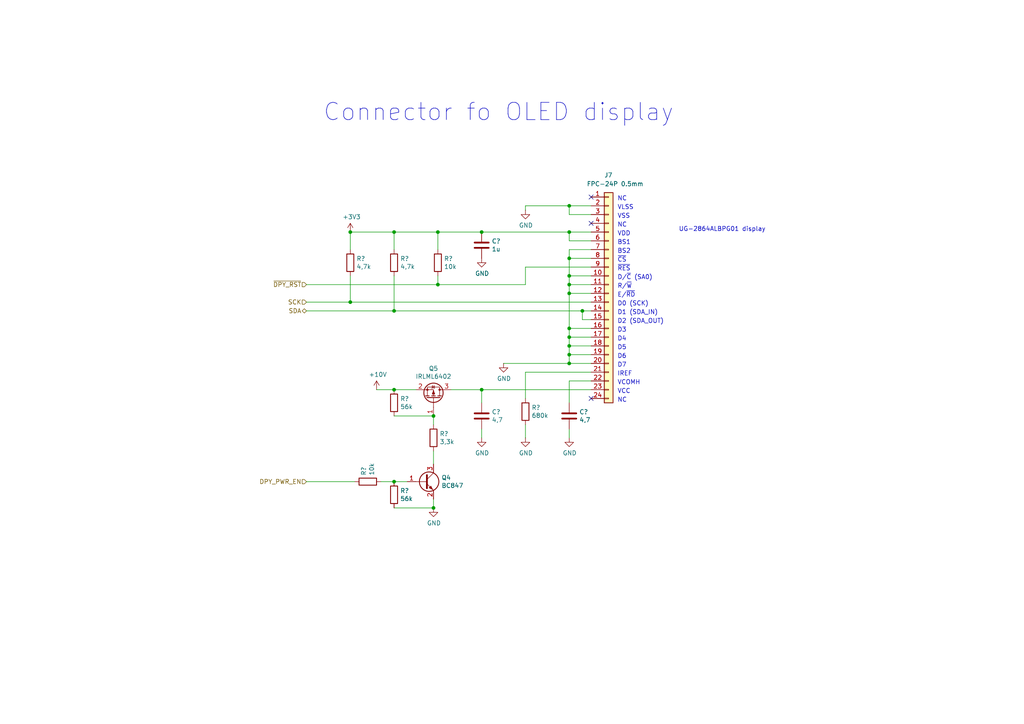
<source format=kicad_sch>
(kicad_sch (version 20250114) (generator "eeschema") (generator_version "9.0")
  (paper "A4")
  (title_block (title "Furnace controller") (date "2026-01-08") (rev "1.1") (company "Yuri Volkov"))
  (lib_symbols
    (symbol "Connector_Generic:Conn_01x24" (pin_names (offset 1.016) (hide yes))
      (property "Reference" "J" (at 0 30.48 0))
      (property "Value" "Conn_01x24" (at 0 -33.02 0))
      (symbol "Conn_01x24_1_1"
        (rectangle (start -1.27 29.21) (end 1.27 -31.75) (stroke (width 0.254)) (fill (type background)))
        (rectangle (start -1.27 28.067) (end 0 27.813) (stroke (width 0.1524)))
        (rectangle (start -1.27 25.527) (end 0 25.273) (stroke (width 0.1524)))
        (rectangle (start -1.27 22.987) (end 0 22.733) (stroke (width 0.1524)))
        (rectangle (start -1.27 20.447) (end 0 20.193) (stroke (width 0.1524)))
        (rectangle (start -1.27 17.907) (end 0 17.653) (stroke (width 0.1524)))
        (rectangle (start -1.27 15.367) (end 0 15.113) (stroke (width 0.1524)))
        (rectangle (start -1.27 12.827) (end 0 12.573) (stroke (width 0.1524)))
        (rectangle (start -1.27 10.287) (end 0 10.033) (stroke (width 0.1524)))
        (rectangle (start -1.27 7.747) (end 0 7.493) (stroke (width 0.1524)))
        (rectangle (start -1.27 5.207) (end 0 4.953) (stroke (width 0.1524)))
        (rectangle (start -1.27 2.667) (end 0 2.413) (stroke (width 0.1524)))
        (rectangle (start -1.27 0.127) (end 0 -0.127) (stroke (width 0.1524)))
        (rectangle (start -1.27 -2.413) (end 0 -2.667) (stroke (width 0.1524)))
        (rectangle (start -1.27 -4.953) (end 0 -5.207) (stroke (width 0.1524)))
        (rectangle (start -1.27 -7.493) (end 0 -7.747) (stroke (width 0.1524)))
        (rectangle (start -1.27 -10.033) (end 0 -10.287) (stroke (width 0.1524)))
        (rectangle (start -1.27 -12.573) (end 0 -12.827) (stroke (width 0.1524)))
        (rectangle (start -1.27 -15.113) (end 0 -15.367) (stroke (width 0.1524)))
        (rectangle (start -1.27 -17.653) (end 0 -17.907) (stroke (width 0.1524)))
        (rectangle (start -1.27 -20.193) (end 0 -20.447) (stroke (width 0.1524)))
        (rectangle (start -1.27 -22.733) (end 0 -22.987) (stroke (width 0.1524)))
        (rectangle (start -1.27 -25.273) (end 0 -25.527) (stroke (width 0.1524)))
        (rectangle (start -1.27 -27.813) (end 0 -28.067) (stroke (width 0.1524)))
        (rectangle (start -1.27 -30.353) (end 0 -30.607) (stroke (width 0.1524)))
        (pin passive line (at -5.08 27.94 0) (length 3.81) (name "Pin_1") (number "1"))
        (pin passive line (at -5.08 25.4 0) (length 3.81) (name "Pin_2") (number "2"))
        (pin passive line (at -5.08 22.86 0) (length 3.81) (name "Pin_3") (number "3"))
        (pin passive line (at -5.08 20.32 0) (length 3.81) (name "Pin_4") (number "4"))
        (pin passive line (at -5.08 17.78 0) (length 3.81) (name "Pin_5") (number "5"))
        (pin passive line (at -5.08 15.24 0) (length 3.81) (name "Pin_6") (number "6"))
        (pin passive line (at -5.08 12.7 0) (length 3.81) (name "Pin_7") (number "7"))
        (pin passive line (at -5.08 10.16 0) (length 3.81) (name "Pin_8") (number "8"))
        (pin passive line (at -5.08 7.62 0) (length 3.81) (name "Pin_9") (number "9"))
        (pin passive line (at -5.08 5.08 0) (length 3.81) (name "Pin_10") (number "10"))
        (pin passive line (at -5.08 2.54 0) (length 3.81) (name "Pin_11") (number "11"))
        (pin passive line (at -5.08 0 0) (length 3.81) (name "Pin_12") (number "12"))
        (pin passive line (at -5.08 -2.54 0) (length 3.81) (name "Pin_13") (number "13"))
        (pin passive line (at -5.08 -5.08 0) (length 3.81) (name "Pin_14") (number "14"))
        (pin passive line (at -5.08 -7.62 0) (length 3.81) (name "Pin_15") (number "15"))
        (pin passive line (at -5.08 -10.16 0) (length 3.81) (name "Pin_16") (number "16"))
        (pin passive line (at -5.08 -12.7 0) (length 3.81) (name "Pin_17") (number "17"))
        (pin passive line (at -5.08 -15.24 0) (length 3.81) (name "Pin_18") (number "18"))
        (pin passive line (at -5.08 -17.78 0) (length 3.81) (name "Pin_19") (number "19"))
        (pin passive line (at -5.08 -20.32 0) (length 3.81) (name "Pin_20") (number "20"))
        (pin passive line (at -5.08 -22.86 0) (length 3.81) (name "Pin_21") (number "21"))
        (pin passive line (at -5.08 -25.4 0) (length 3.81) (name "Pin_22") (number "22"))
        (pin passive line (at -5.08 -27.94 0) (length 3.81) (name "Pin_23") (number "23"))
        (pin passive line (at -5.08 -30.48 0) (length 3.81) (name "Pin_24") (number "24"))
      )
    )
    (symbol "Device:C" (pin_numbers (hide yes)) (pin_names (offset 0.254))
      (property "Reference" "C" (at 0.635 2.54 0))
      (property "Value" "C" (at 0.635 -2.54 0))
      (symbol "C_0_1"
        (polyline (pts (xy -2.032 0.762) (xy 2.032 0.762)) (stroke (width 0.508)))
        (polyline (pts (xy -2.032 -0.762) (xy 2.032 -0.762)) (stroke (width 0.508)))
      )
      (symbol "C_1_1"
        (pin passive line (at 0 3.81 270) (length 2.794) (name "~") (number "1"))
        (pin passive line (at 0 -3.81 90) (length 2.794) (name "~") (number "2"))
      )
    )
    (symbol "Device:R" (pin_numbers (hide yes)) (pin_names (offset 0))
      (property "Reference" "R" (at 2.032 0 90))
      (property "Value" "R" (at 0 0 90))
      (symbol "R_0_1"
        (rectangle (start -1.016 -2.54) (end 1.016 2.54) (stroke (width 0.254)))
      )
      (symbol "R_1_1"
        (pin passive line (at 0 3.81 270) (length 1.27) (name "~") (number "1"))
        (pin passive line (at 0 -3.81 90) (length 1.27) (name "~") (number "2"))
      )
    )
    (symbol "Transistor_BJT:BC847" (pin_names (offset 0) (hide yes))
      (property "Reference" "Q" (at 5.08 1.905 0))
      (property "Value" "BC847" (at 5.08 0 0))
      (symbol "BC847_0_1"
        (polyline (pts (xy -2.54 0) (xy 0.635 0)))
        (polyline (pts (xy 0.635 1.905) (xy 0.635 -1.905)) (stroke (width 0.508)))
        (circle (center 1.27 0) (radius 2.8194) (stroke (width 0.254)))
      )
      (symbol "BC847_1_1"
        (polyline (pts (xy 0.635 0.635) (xy 2.54 2.54)))
        (polyline (pts (xy 0.635 -0.635) (xy 2.54 -2.54)))
        (polyline (pts (xy 1.27 -1.778) (xy 1.778 -1.27) (xy 2.286 -2.286) (xy 1.27 -1.778)) (fill (type outline)))
        (pin input line (at -5.08 0 0) (length 2.54) (name "B") (number "1"))
        (pin passive line (at 2.54 5.08 270) (length 2.54) (name "C") (number "3"))
        (pin passive line (at 2.54 -5.08 90) (length 2.54) (name "E") (number "2"))
      )
    )
    (symbol "Transistor_FET:IRLML6402" (pin_names (hide yes))
      (property "Reference" "Q" (at 5.08 1.905 0))
      (property "Value" "IRLML6402" (at 5.08 0 0))
      (symbol "IRLML6402_0_1"
        (polyline (pts (xy 0.254 1.905) (xy 0.254 -1.905)) (stroke (width 0.254)))
        (polyline (pts (xy 0.254 0) (xy -2.54 0)))
        (polyline (pts (xy 0.762 2.286) (xy 0.762 1.27)) (stroke (width 0.254)))
        (polyline (pts (xy 0.762 1.778) (xy 3.302 1.778) (xy 3.302 -1.778) (xy 0.762 -1.778)))
        (polyline (pts (xy 0.762 0.508) (xy 0.762 -0.508)) (stroke (width 0.254)))
        (polyline (pts (xy 0.762 -1.27) (xy 0.762 -2.286)) (stroke (width 0.254)))
        (circle (center 1.651 0) (radius 2.794) (stroke (width 0.254)))
        (polyline (pts (xy 2.286 0) (xy 1.27 0.381) (xy 1.27 -0.381) (xy 2.286 0)) (fill (type outline)))
        (polyline (pts (xy 2.54 2.54) (xy 2.54 1.778)))
        (circle (center 2.54 1.778) (radius 0.254) (fill (type outline)))
        (circle (center 2.54 -1.778) (radius 0.254) (fill (type outline)))
        (polyline (pts (xy 2.54 -2.54) (xy 2.54 0) (xy 0.762 0)))
        (polyline (pts (xy 2.794 -0.508) (xy 2.921 -0.381) (xy 3.683 -0.381) (xy 3.81 -0.254)))
        (polyline (pts (xy 3.302 -0.381) (xy 2.921 0.254) (xy 3.683 0.254) (xy 3.302 -0.381)))
      )
      (symbol "IRLML6402_1_1"
        (pin input line (at -5.08 0 0) (length 2.54) (name "G") (number "1"))
        (pin passive line (at 2.54 5.08 270) (length 2.54) (name "D") (number "3"))
        (pin passive line (at 2.54 -5.08 90) (length 2.54) (name "S") (number "2"))
      )
    )
    (symbol "power:+10V" (power) (pin_numbers (hide yes)) (pin_names (offset 0) (hide yes))
      (property "Value" "+10V" (at 0 3.556 0))
      (symbol "+10V_0_1"
        (polyline (pts (xy -0.762 1.27) (xy 0 2.54)))
        (polyline (pts (xy 0 2.54) (xy 0.762 1.27)))
        (polyline (pts (xy 0 0) (xy 0 2.54)))
      )
      (symbol "+10V_1_1"
        (pin power_in line (at 0 0 90) (length 0) (name "~") (number "1"))
      )
    )
    (symbol "power:+3V3" (power) (pin_numbers (hide yes)) (pin_names (offset 0) (hide yes))
      (property "Value" "+3V3" (at 0 3.556 0))
      (symbol "+3V3_0_1"
        (polyline (pts (xy -0.762 1.27) (xy 0 2.54)))
        (polyline (pts (xy 0 2.54) (xy 0.762 1.27)))
        (polyline (pts (xy 0 0) (xy 0 2.54)))
      )
      (symbol "+3V3_1_1"
        (pin power_in line (at 0 0 90) (length 0) (name "~") (number "1"))
      )
    )
    (symbol "power:GND" (power) (pin_numbers (hide yes)) (pin_names (offset 0) (hide yes))
      (property "Value" "GND" (at 0 -3.81 0))
      (symbol "GND_0_1"
        (polyline (pts (xy 0 0) (xy 0 -1.27) (xy 1.27 -1.27) (xy 0 -2.54) (xy -1.27 -1.27) (xy 0 -1.27)))
      )
      (symbol "GND_1_1"
        (pin power_in line (at 0 0 270) (length 0) (name "~") (number "1"))
      )
    )
  )
  (text "BS1" (at 179.07 71.12 0) (effects (font (size 1.27 1.27)) (justify left bottom)))
  (text "BS2" (at 179.07 73.66 0) (effects (font (size 1.27 1.27)) (justify left bottom)))
  (text "VLSS" (at 179.07 60.96 0) (effects (font (size 1.27 1.27)) (justify left bottom)))
  (text "NC" (at 179.07 58.42 0) (effects (font (size 1.27 1.27)) (justify left bottom)))
  (text "D7" (at 179.07 106.68 0) (effects (font (size 1.27 1.27)) (justify left bottom)))
  (text "UG-2864ALBPG01 display" (at 196.85 67.31 0) (effects (font (size 1.27 1.27)) (justify left bottom)))
  (text "R/~{W}" (at 179.07 83.82 0) (effects (font (size 1.27 1.27)) (justify left bottom)))
  (text "~{RES}" (at 179.07 78.74 0) (effects (font (size 1.27 1.27)) (justify left bottom)))
  (text "NC" (at 179.07 66.04 0) (effects (font (size 1.27 1.27)) (justify left bottom)))
  (text "VSS" (at 179.07 63.5 0) (effects (font (size 1.27 1.27)) (justify left bottom)))
  (text "D5" (at 179.07 101.6 0) (effects (font (size 1.27 1.27)) (justify left bottom)))
  (text "D4" (at 179.07 99.06 0) (effects (font (size 1.27 1.27)) (justify left bottom)))
  (text "D3" (at 179.07 96.52 0) (effects (font (size 1.27 1.27)) (justify left bottom)))
  (text "Connector fo OLED display" (at 195.58 35.56 0) (effects (font (size 5.0038 5.0038)) (justify right bottom)))
  (text "VCOMH" (at 179.07 111.76 0) (effects (font (size 1.27 1.27)) (justify left bottom)))
  (text "E/~{RD}" (at 179.07 86.36 0) (effects (font (size 1.27 1.27)) (justify left bottom)))
  (text "D/~{C} (SA0)" (at 179.07 81.28 0) (effects (font (size 1.27 1.27)) (justify left bottom)))
  (text "D1 (SDA_IN)" (at 179.07 91.44 0) (effects (font (size 1.27 1.27)) (justify left bottom)))
  (text "VCC" (at 179.07 114.3 0) (effects (font (size 1.27 1.27)) (justify left bottom)))
  (text "IREF" (at 179.07 109.22 0) (effects (font (size 1.27 1.27)) (justify left bottom)))
  (text "D6" (at 179.07 104.14 0) (effects (font (size 1.27 1.27)) (justify left bottom)))
  (text "~{CS}" (at 179.07 76.2 0) (effects (font (size 1.27 1.27)) (justify left bottom)))
  (text "D0 (SCK)" (at 179.07 88.9 0) (effects (font (size 1.27 1.27)) (justify left bottom)))
  (text "D2 (SDA_OUT)" (at 179.07 93.98 0) (effects (font (size 1.27 1.27)) (justify left bottom)))
  (text "NC" (at 179.07 116.84 0) (effects (font (size 1.27 1.27)) (justify left bottom)))
  (text "VDD" (at 179.07 68.58 0) (effects (font (size 1.27 1.27)) (justify left bottom)))
  (junction (at 165.1 80.01))
  (junction (at 168.91 90.17))
  (junction (at 165.1 95.25))
  (junction (at 165.1 85.09))
  (junction (at 101.6 87.63))
  (junction (at 165.1 67.31))
  (junction (at 114.3 139.7))
  (junction (at 165.1 74.93))
  (junction (at 139.7 113.03))
  (junction (at 114.3 90.17))
  (junction (at 114.3 67.31))
  (junction (at 127 82.55))
  (junction (at 139.7 67.31))
  (junction (at 125.73 147.32))
  (junction (at 127 67.31))
  (junction (at 165.1 100.33))
  (junction (at 165.1 82.55))
  (junction (at 125.73 120.65))
  (junction (at 165.1 102.87))
  (junction (at 165.1 97.79))
  (junction (at 114.3 113.03))
  (junction (at 165.1 59.69))
  (junction (at 165.1 105.41))
  (junction (at 101.6 67.31))
  (no_connect (at 171.45 57.15))
  (no_connect (at 171.45 115.57))
  (no_connect (at 171.45 64.77))
  (wire (pts (xy 152.4 60.96) (xy 152.4 59.69)))
  (wire (pts (xy 168.91 90.17) (xy 171.45 90.17)))
  (wire (pts (xy 165.1 127) (xy 165.1 124.46)))
  (wire (pts (xy 171.45 105.41) (xy 165.1 105.41)))
  (wire (pts (xy 165.1 72.39) (xy 171.45 72.39)))
  (wire (pts (xy 165.1 59.69) (xy 171.45 59.69)))
  (wire (pts (xy 127 82.55) (xy 152.4 82.55)))
  (wire (pts (xy 114.3 120.65) (xy 125.73 120.65)))
  (wire (pts (xy 125.73 120.65) (xy 125.73 123.19)))
  (wire (pts (xy 171.45 110.49) (xy 165.1 110.49)))
  (wire (pts (xy 171.45 82.55) (xy 165.1 82.55)))
  (wire (pts (xy 165.1 69.85) (xy 171.45 69.85)))
  (wire (pts (xy 165.1 110.49) (xy 165.1 116.84)))
  (wire (pts (xy 127 67.31) (xy 139.7 67.31)))
  (wire (pts (xy 114.3 139.7) (xy 110.49 139.7)))
  (wire (pts (xy 101.6 87.63) (xy 171.45 87.63)))
  (wire (pts (xy 125.73 130.81) (xy 125.73 134.62)))
  (wire (pts (xy 127 72.39) (xy 127 67.31)))
  (wire (pts (xy 130.81 113.03) (xy 139.7 113.03)))
  (wire (pts (xy 165.1 69.85) (xy 165.1 67.31)))
  (wire (pts (xy 118.11 139.7) (xy 114.3 139.7)))
  (wire (pts (xy 171.45 80.01) (xy 165.1 80.01)))
  (wire (pts (xy 171.45 102.87) (xy 165.1 102.87)))
  (wire (pts (xy 101.6 67.31) (xy 101.6 72.39)))
  (wire (pts (xy 171.45 74.93) (xy 165.1 74.93)))
  (wire (pts (xy 109.22 113.03) (xy 114.3 113.03)))
  (wire (pts (xy 102.87 139.7) (xy 88.9 139.7)))
  (wire (pts (xy 114.3 90.17) (xy 168.91 90.17)))
  (wire (pts (xy 139.7 67.31) (xy 165.1 67.31)))
  (wire (pts (xy 114.3 147.32) (xy 125.73 147.32)))
  (wire (pts (xy 165.1 95.25) (xy 171.45 95.25)))
  (wire (pts (xy 152.4 77.47) (xy 171.45 77.47)))
  (wire (pts (xy 152.4 107.95) (xy 171.45 107.95)))
  (wire (pts (xy 114.3 67.31) (xy 127 67.31)))
  (wire (pts (xy 114.3 67.31) (xy 114.3 72.39)))
  (wire (pts (xy 146.05 105.41) (xy 165.1 105.41)))
  (wire (pts (xy 165.1 100.33) (xy 165.1 102.87)))
  (wire (pts (xy 168.91 92.71) (xy 168.91 90.17)))
  (wire (pts (xy 165.1 82.55) (xy 165.1 85.09)))
  (wire (pts (xy 127 80.01) (xy 127 82.55)))
  (wire (pts (xy 114.3 80.01) (xy 114.3 90.17)))
  (wire (pts (xy 171.45 62.23) (xy 165.1 62.23)))
  (wire (pts (xy 165.1 105.41) (xy 165.1 102.87)))
  (wire (pts (xy 165.1 85.09) (xy 165.1 95.25)))
  (wire (pts (xy 139.7 113.03) (xy 171.45 113.03)))
  (wire (pts (xy 101.6 67.31) (xy 114.3 67.31)))
  (wire (pts (xy 88.9 90.17) (xy 114.3 90.17)))
  (wire (pts (xy 165.1 100.33) (xy 165.1 97.79)))
  (wire (pts (xy 165.1 80.01) (xy 165.1 82.55)))
  (wire (pts (xy 165.1 67.31) (xy 171.45 67.31)))
  (wire (pts (xy 139.7 127) (xy 139.7 124.46)))
  (wire (pts (xy 165.1 74.93) (xy 165.1 72.39)))
  (wire (pts (xy 101.6 80.01) (xy 101.6 87.63)))
  (wire (pts (xy 171.45 100.33) (xy 165.1 100.33)))
  (wire (pts (xy 139.7 116.84) (xy 139.7 113.03)))
  (wire (pts (xy 152.4 115.57) (xy 152.4 107.95)))
  (wire (pts (xy 165.1 74.93) (xy 165.1 80.01)))
  (wire (pts (xy 165.1 62.23) (xy 165.1 59.69)))
  (wire (pts (xy 165.1 97.79) (xy 165.1 95.25)))
  (wire (pts (xy 152.4 127) (xy 152.4 123.19)))
  (wire (pts (xy 88.9 87.63) (xy 101.6 87.63)))
  (wire (pts (xy 165.1 85.09) (xy 171.45 85.09)))
  (wire (pts (xy 114.3 113.03) (xy 120.65 113.03)))
  (wire (pts (xy 171.45 92.71) (xy 168.91 92.71)))
  (wire (pts (xy 88.9 82.55) (xy 127 82.55)))
  (wire (pts (xy 152.4 59.69) (xy 165.1 59.69)))
  (wire (pts (xy 152.4 82.55) (xy 152.4 77.47)))
  (wire (pts (xy 171.45 97.79) (xy 165.1 97.79)))
  (wire (pts (xy 125.73 144.78) (xy 125.73 147.32)))
  (hierarchical_label "DPY_PWR_EN" (shape input) (at 88.9 139.7 180))
  (hierarchical_label "~{DPY_RST}" (shape input) (at 88.9 82.55 180))
  (hierarchical_label "SDA" (shape bidirectional) (at 88.9 90.17 180))
  (hierarchical_label "SCK" (shape input) (at 88.9 87.63 180))
  (symbol (lib_id "Connector_Generic:Conn_01x24") (at 176.53 85.09 0) (unit 1)
    (property "Reference" "J7" (at 175.26 50.8 0) (effects (justify left)))
    (property "Value" "FPC-24P 0.5mm" (at 170.18 53.34 0) (effects (justify left)))
    (property "Footprint" "furnace_controller:Hirose_FH12-24S-0.5SH_1x24-1MP_P0.50mm_Horizontal" (effects (hide yes)))
  )
  (symbol (lib_id "power:+3V3") (at 101.6 67.31 0) (unit 1)
    (property "Reference" "#PWR07" (effects (hide yes)))
    (property "Value" "+3V3" (at 101.981 62.9158 0))
    (instances (project "" (path "" (reference "#PWR?") (unit 1)) (path "" (reference "#PWR07") (unit 1))))
  )
  (symbol (lib_id "power:+10V") (at 109.22 113.03 0) (unit 1)
    (property "Reference" "#PWR08" (effects (hide yes)))
    (property "Value" "+10V" (at 109.601 108.6358 0))
    (instances (project "" (path "" (reference "#PWR?") (unit 1)) (path "" (reference "#PWR08") (unit 1))))
  )
  (symbol (lib_id "power:GND") (at 152.4 60.96 0) (unit 1)
    (property "Reference" "#PWR013" (effects (hide yes)))
    (property "Value" "GND" (at 152.527 65.3542 0))
    (instances (project "" (path "" (reference "#PWR?") (unit 1)) (path "" (reference "#PWR013") (unit 1))))
  )
  (symbol (lib_id "Device:C") (at 139.7 71.12 0) (unit 1)
    (property "Reference" "C10" (at 142.621 69.9516 0) (effects (justify left)))
    (property "Value" "1u" (at 142.621 72.263 0) (effects (justify left)))
    (property "Footprint" "Capacitor_SMD:C_0603_1608Metric_Pad1.08x0.95mm_HandSolder" (effects (hide yes)))
    (instances (project "" (path "" (reference "C?") (unit 1)) (path "" (reference "C?") (unit 1)) (path "" (reference "C?") (unit 1)) (path "" (reference "C10") (unit 1)) (path "" (reference "C?") (unit 1))))
  )
  (symbol (lib_id "power:GND") (at 139.7 74.93 0) (unit 1)
    (property "Reference" "#PWR010" (effects (hide yes)))
    (property "Value" "GND" (at 139.827 79.3242 0))
    (instances (project "" (path "" (reference "#PWR?") (unit 1)) (path "" (reference "#PWR010") (unit 1))))
  )
  (symbol (lib_id "power:GND") (at 139.7 127 0) (unit 1)
    (property "Reference" "#PWR011" (effects (hide yes)))
    (property "Value" "GND" (at 139.827 131.3942 0))
    (instances (project "" (path "" (reference "#PWR?") (unit 1)) (path "" (reference "#PWR011") (unit 1))))
  )
  (symbol (lib_id "power:GND") (at 165.1 127 0) (unit 1)
    (property "Reference" "#PWR015" (effects (hide yes)))
    (property "Value" "GND" (at 165.227 131.3942 0))
    (instances (project "" (path "" (reference "#PWR?") (unit 1)) (path "" (reference "#PWR015") (unit 1))))
  )
  (symbol (lib_id "power:GND") (at 146.05 105.41 0) (unit 1)
    (property "Reference" "#PWR012" (effects (hide yes)))
    (property "Value" "GND" (at 146.177 109.8042 0))
    (instances (project "" (path "" (reference "#PWR?") (unit 1)) (path "" (reference "#PWR012") (unit 1))))
  )
  (symbol (lib_id "Device:R") (at 152.4 119.38 0) (unit 1)
    (property "Reference" "R17" (at 154.178 118.2116 0) (effects (justify left)))
    (property "Value" "680k" (at 154.178 120.523 0) (effects (justify left)))
    (property "Footprint" "Resistor_SMD:R_0603_1608Metric_Pad0.98x0.95mm_HandSolder" (effects (hide yes)))
    (instances (project "" (path "" (reference "R?") (unit 1)) (path "" (reference "R17") (unit 1))))
  )
  (symbol (lib_id "power:GND") (at 152.4 127 0) (unit 1)
    (property "Reference" "#PWR014" (effects (hide yes)))
    (property "Value" "GND" (at 152.527 131.3942 0))
    (instances (project "" (path "" (reference "#PWR?") (unit 1)) (path "" (reference "#PWR014") (unit 1))))
  )
  (symbol (lib_id "Transistor_FET:IRLML6402") (at 125.73 115.57 270) (mirror x) (unit 1)
    (property "Reference" "Q5" (at 125.73 106.8832 90))
    (property "Value" "IRLML6402" (at 125.73 109.1946 90))
    (property "Footprint" "Package_TO_SOT_SMD:SOT-23" (effects (hide yes)))
    (property "Datasheet" "https://www.infineon.com/dgdl/irlml6402pbf.pdf?fileId=5546d462533600a401535668d5c2263c" (effects (hide yes)))
  )
  (symbol (lib_id "Device:R") (at 114.3 116.84 0) (unit 1)
    (property "Reference" "R13" (at 116.078 115.6716 0) (effects (justify left)))
    (property "Value" "56k" (at 116.078 117.983 0) (effects (justify left)))
    (property "Footprint" "Resistor_SMD:R_0603_1608Metric_Pad0.98x0.95mm_HandSolder" (effects (hide yes)))
    (instances (project "" (path "" (reference "R?") (unit 1)) (path "" (reference "R13") (unit 1))))
  )
  (symbol (lib_id "Device:R") (at 125.73 127 0) (unit 1)
    (property "Reference" "R15" (at 127.508 125.8316 0) (effects (justify left)))
    (property "Value" "3,3k" (at 127.508 128.143 0) (effects (justify left)))
    (property "Footprint" "Resistor_SMD:R_0603_1608Metric_Pad0.98x0.95mm_HandSolder" (effects (hide yes)))
    (instances (project "" (path "" (reference "R?") (unit 1)) (path "" (reference "R15") (unit 1))))
  )
  (symbol (lib_id "Transistor_BJT:BC847") (at 123.19 139.7 0) (unit 1)
    (property "Reference" "Q4" (at 128.0414 138.5316 0) (effects (justify left)))
    (property "Value" "BC847" (at 128.0414 140.843 0) (effects (justify left)))
    (property "Footprint" "Package_TO_SOT_SMD:SOT-23" (effects (hide yes)))
    (property "Datasheet" "http://www.infineon.com/dgdl/Infineon-BC847SERIES_BC848SERIES_BC849SERIES_BC850SERIES-DS-v01_01-en.pdf?fileId=db3a304314dca389011541d4630a1657" (effects (hide yes)))
  )
  (symbol (lib_id "power:GND") (at 125.73 147.32 0) (unit 1)
    (property "Reference" "#PWR09" (effects (hide yes)))
    (property "Value" "GND" (at 125.857 151.7142 0))
    (instances (project "" (path "" (reference "#PWR?") (unit 1)) (path "" (reference "#PWR09") (unit 1))))
  )
  (symbol (lib_id "Device:R") (at 114.3 143.51 0) (unit 1)
    (property "Reference" "R14" (at 116.078 142.3416 0) (effects (justify left)))
    (property "Value" "56k" (at 116.078 144.653 0) (effects (justify left)))
    (property "Footprint" "Resistor_SMD:R_0603_1608Metric_Pad0.98x0.95mm_HandSolder" (effects (hide yes)))
    (instances (project "" (path "" (reference "R?") (unit 1)) (path "" (reference "R14") (unit 1))))
  )
  (symbol (lib_id "Device:R") (at 106.68 139.7 90) (unit 1)
    (property "Reference" "R11" (at 105.5116 137.922 0) (effects (justify left)))
    (property "Value" "10k" (at 107.823 137.922 0) (effects (justify left)))
    (property "Footprint" "Resistor_SMD:R_0603_1608Metric_Pad0.98x0.95mm_HandSolder" (effects (hide yes)))
    (instances (project "" (path "" (reference "R?") (unit 1)) (path "" (reference "R11") (unit 1))))
  )
  (symbol (lib_id "Device:R") (at 101.6 76.2 0) (unit 1)
    (property "Reference" "R10" (at 103.378 75.0316 0) (effects (justify left)))
    (property "Value" "4,7k" (at 103.378 77.343 0) (effects (justify left)))
    (property "Footprint" "Resistor_SMD:R_0603_1608Metric_Pad0.98x0.95mm_HandSolder" (effects (hide yes)))
    (instances (project "" (path "" (reference "R?") (unit 1)) (path "" (reference "R10") (unit 1))))
  )
  (symbol (lib_id "Device:R") (at 114.3 76.2 0) (unit 1)
    (property "Reference" "R12" (at 116.078 75.0316 0) (effects (justify left)))
    (property "Value" "4,7k" (at 116.078 77.343 0) (effects (justify left)))
    (property "Footprint" "Resistor_SMD:R_0603_1608Metric_Pad0.98x0.95mm_HandSolder" (effects (hide yes)))
    (instances (project "" (path "" (reference "R?") (unit 1)) (path "" (reference "R12") (unit 1))))
  )
  (symbol (lib_id "Device:R") (at 127 76.2 0) (unit 1)
    (property "Reference" "R16" (at 128.778 75.0316 0) (effects (justify left)))
    (property "Value" "10k" (at 128.778 77.343 0) (effects (justify left)))
    (property "Footprint" "Resistor_SMD:R_0603_1608Metric_Pad0.98x0.95mm_HandSolder" (effects (hide yes)))
    (instances (project "" (path "" (reference "R?") (unit 1)) (path "" (reference "R16") (unit 1))))
  )
  (symbol (lib_id "Device:C") (at 139.7 120.65 0) (unit 1)
    (property "Reference" "C11" (at 142.621 119.4816 0) (effects (justify left)))
    (property "Value" "4,7" (at 142.621 121.793 0) (effects (justify left)))
    (property "Footprint" "Capacitor_SMD:C_1206_3216Metric_Pad1.33x1.80mm_HandSolder" (effects (hide yes)))
    (instances (project "" (path "" (reference "C?") (unit 1)) (path "" (reference "C?") (unit 1)) (path "" (reference "C11") (unit 1)) (path "" (reference "C?") (unit 1))))
  )
  (symbol (lib_id "Device:C") (at 165.1 120.65 0) (unit 1)
    (property "Reference" "C12" (at 168.021 119.4816 0) (effects (justify left)))
    (property "Value" "4,7" (at 168.021 121.793 0) (effects (justify left)))
    (property "Footprint" "Capacitor_SMD:C_1206_3216Metric_Pad1.33x1.80mm_HandSolder" (effects (hide yes)))
    (instances (project "" (path "" (reference "C?") (unit 1)) (path "" (reference "C?") (unit 1)) (path "" (reference "C12") (unit 1)) (path "" (reference "C?") (unit 1))))
  )
)
</source>
